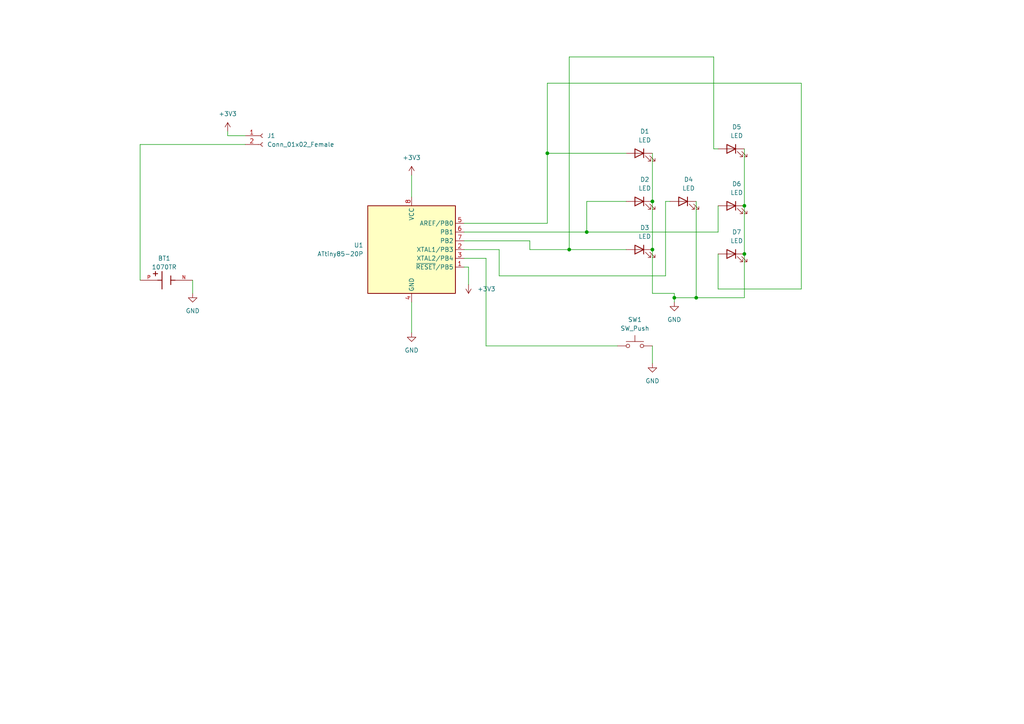
<source format=kicad_sch>
(kicad_sch (version 20230121) (generator eeschema)

  (uuid e63e39d7-6ac0-4ffd-8aa3-1841a4541b55)

  (paper "A4")

  (lib_symbols
    (symbol "2032_holder_smd:1070TR" (pin_names (offset 1.016)) (in_bom yes) (on_board yes)
      (property "Reference" "BT" (at -3.81 3.81 0)
        (effects (font (size 1.27 1.27)) (justify left bottom))
      )
      (property "Value" "1070TR" (at -3.81 -5.08 0)
        (effects (font (size 1.27 1.27)) (justify left bottom))
      )
      (property "Footprint" "1070TR:KEYSTONE_1070TR" (at 0 0 0)
        (effects (font (size 1.27 1.27)) (justify bottom) hide)
      )
      (property "Datasheet" "" (at 0 0 0)
        (effects (font (size 1.27 1.27)) hide)
      )
      (property "MF" "Keystone Electronics" (at 0 0 0)
        (effects (font (size 1.27 1.27)) (justify bottom) hide)
      )
      (property "MAXIMUM_PACKAGE_HEIGHT" "5.97mm" (at 0 0 0)
        (effects (font (size 1.27 1.27)) (justify bottom) hide)
      )
      (property "Package" "None" (at 0 0 0)
        (effects (font (size 1.27 1.27)) (justify bottom) hide)
      )
      (property "Price" "None" (at 0 0 0)
        (effects (font (size 1.27 1.27)) (justify bottom) hide)
      )
      (property "Check_prices" "https://www.snapeda.com/parts/1070TR/Keystone+Electronics/view-part/?ref=eda" (at 0 0 0)
        (effects (font (size 1.27 1.27)) (justify bottom) hide)
      )
      (property "STANDARD" "Manufacturer Recommendations" (at 0 0 0)
        (effects (font (size 1.27 1.27)) (justify bottom) hide)
      )
      (property "PARTREV" "C" (at 0 0 0)
        (effects (font (size 1.27 1.27)) (justify bottom) hide)
      )
      (property "SnapEDA_Link" "https://www.snapeda.com/parts/1070TR/Keystone+Electronics/view-part/?ref=snap" (at 0 0 0)
        (effects (font (size 1.27 1.27)) (justify bottom) hide)
      )
      (property "MP" "1070TR" (at 0 0 0)
        (effects (font (size 1.27 1.27)) (justify bottom) hide)
      )
      (property "Purchase-URL" "https://www.snapeda.com/api/url_track_click_mouser/?unipart_id=5510421&manufacturer=Keystone Electronics&part_name=1070TR&search_term=2032 holder smd" (at 0 0 0)
        (effects (font (size 1.27 1.27)) (justify bottom) hide)
      )
      (property "Description" "\nSMT (Auto-In/EZ-Out) Holder for 2032 Cell on Tape & Reel | Keystone Electronics 1070TR\n" (at 0 0 0)
        (effects (font (size 1.27 1.27)) (justify bottom) hide)
      )
      (property "MANUFACTURER" "Keystone Electronics" (at 0 0 0)
        (effects (font (size 1.27 1.27)) (justify bottom) hide)
      )
      (property "Availability" "In Stock" (at 0 0 0)
        (effects (font (size 1.27 1.27)) (justify bottom) hide)
      )
      (property "SNAPEDA_PN" "1070" (at 0 0 0)
        (effects (font (size 1.27 1.27)) (justify bottom) hide)
      )
      (symbol "1070TR_0_0"
        (polyline
          (pts
            (xy -3.81 1.905)
            (xy -2.54 1.905)
          )
          (stroke (width 0.254) (type default))
          (fill (type none))
        )
        (polyline
          (pts
            (xy -3.175 2.54)
            (xy -3.175 1.27)
          )
          (stroke (width 0.254) (type default))
          (fill (type none))
        )
        (polyline
          (pts
            (xy -1.27 0)
            (xy -2.54 0)
          )
          (stroke (width 0.254) (type default))
          (fill (type none))
        )
        (polyline
          (pts
            (xy -1.27 0)
            (xy -1.27 -2.54)
          )
          (stroke (width 0.254) (type default))
          (fill (type none))
        )
        (polyline
          (pts
            (xy -1.27 2.54)
            (xy -1.27 0)
          )
          (stroke (width 0.254) (type default))
          (fill (type none))
        )
        (polyline
          (pts
            (xy 1.27 0)
            (xy 1.27 -1.27)
          )
          (stroke (width 0.254) (type default))
          (fill (type none))
        )
        (polyline
          (pts
            (xy 1.27 0)
            (xy 2.54 0)
          )
          (stroke (width 0.254) (type default))
          (fill (type none))
        )
        (polyline
          (pts
            (xy 1.27 1.27)
            (xy 1.27 0)
          )
          (stroke (width 0.254) (type default))
          (fill (type none))
        )
        (pin passive line (at 7.62 0 180) (length 5.08)
          (name "~" (effects (font (size 1.016 1.016))))
          (number "N" (effects (font (size 1.016 1.016))))
        )
        (pin passive line (at -7.62 0 0) (length 5.08)
          (name "~" (effects (font (size 1.016 1.016))))
          (number "P" (effects (font (size 1.016 1.016))))
        )
      )
    )
    (symbol "Connector:Conn_01x02_Female" (pin_names (offset 1.016) hide) (in_bom yes) (on_board yes)
      (property "Reference" "J" (at 0 2.54 0)
        (effects (font (size 1.27 1.27)))
      )
      (property "Value" "Conn_01x02_Female" (at 0 -5.08 0)
        (effects (font (size 1.27 1.27)))
      )
      (property "Footprint" "" (at 0 0 0)
        (effects (font (size 1.27 1.27)) hide)
      )
      (property "Datasheet" "~" (at 0 0 0)
        (effects (font (size 1.27 1.27)) hide)
      )
      (property "ki_keywords" "connector" (at 0 0 0)
        (effects (font (size 1.27 1.27)) hide)
      )
      (property "ki_description" "Generic connector, single row, 01x02, script generated (kicad-library-utils/schlib/autogen/connector/)" (at 0 0 0)
        (effects (font (size 1.27 1.27)) hide)
      )
      (property "ki_fp_filters" "Connector*:*_1x??_*" (at 0 0 0)
        (effects (font (size 1.27 1.27)) hide)
      )
      (symbol "Conn_01x02_Female_1_1"
        (arc (start 0 -2.032) (mid -0.5058 -2.54) (end 0 -3.048)
          (stroke (width 0.1524) (type default))
          (fill (type none))
        )
        (polyline
          (pts
            (xy -1.27 -2.54)
            (xy -0.508 -2.54)
          )
          (stroke (width 0.1524) (type default))
          (fill (type none))
        )
        (polyline
          (pts
            (xy -1.27 0)
            (xy -0.508 0)
          )
          (stroke (width 0.1524) (type default))
          (fill (type none))
        )
        (arc (start 0 0.508) (mid -0.5058 0) (end 0 -0.508)
          (stroke (width 0.1524) (type default))
          (fill (type none))
        )
        (pin passive line (at -5.08 0 0) (length 3.81)
          (name "Pin_1" (effects (font (size 1.27 1.27))))
          (number "1" (effects (font (size 1.27 1.27))))
        )
        (pin passive line (at -5.08 -2.54 0) (length 3.81)
          (name "Pin_2" (effects (font (size 1.27 1.27))))
          (number "2" (effects (font (size 1.27 1.27))))
        )
      )
    )
    (symbol "Device:LED" (pin_numbers hide) (pin_names (offset 1.016) hide) (in_bom yes) (on_board yes)
      (property "Reference" "D" (at 0 2.54 0)
        (effects (font (size 1.27 1.27)))
      )
      (property "Value" "LED" (at 0 -2.54 0)
        (effects (font (size 1.27 1.27)))
      )
      (property "Footprint" "" (at 0 0 0)
        (effects (font (size 1.27 1.27)) hide)
      )
      (property "Datasheet" "~" (at 0 0 0)
        (effects (font (size 1.27 1.27)) hide)
      )
      (property "ki_keywords" "LED diode" (at 0 0 0)
        (effects (font (size 1.27 1.27)) hide)
      )
      (property "ki_description" "Light emitting diode" (at 0 0 0)
        (effects (font (size 1.27 1.27)) hide)
      )
      (property "ki_fp_filters" "LED* LED_SMD:* LED_THT:*" (at 0 0 0)
        (effects (font (size 1.27 1.27)) hide)
      )
      (symbol "LED_0_1"
        (polyline
          (pts
            (xy -1.27 -1.27)
            (xy -1.27 1.27)
          )
          (stroke (width 0.254) (type default))
          (fill (type none))
        )
        (polyline
          (pts
            (xy -1.27 0)
            (xy 1.27 0)
          )
          (stroke (width 0) (type default))
          (fill (type none))
        )
        (polyline
          (pts
            (xy 1.27 -1.27)
            (xy 1.27 1.27)
            (xy -1.27 0)
            (xy 1.27 -1.27)
          )
          (stroke (width 0.254) (type default))
          (fill (type none))
        )
        (polyline
          (pts
            (xy -3.048 -0.762)
            (xy -4.572 -2.286)
            (xy -3.81 -2.286)
            (xy -4.572 -2.286)
            (xy -4.572 -1.524)
          )
          (stroke (width 0) (type default))
          (fill (type none))
        )
        (polyline
          (pts
            (xy -1.778 -0.762)
            (xy -3.302 -2.286)
            (xy -2.54 -2.286)
            (xy -3.302 -2.286)
            (xy -3.302 -1.524)
          )
          (stroke (width 0) (type default))
          (fill (type none))
        )
      )
      (symbol "LED_1_1"
        (pin passive line (at -3.81 0 0) (length 2.54)
          (name "K" (effects (font (size 1.27 1.27))))
          (number "1" (effects (font (size 1.27 1.27))))
        )
        (pin passive line (at 3.81 0 180) (length 2.54)
          (name "A" (effects (font (size 1.27 1.27))))
          (number "2" (effects (font (size 1.27 1.27))))
        )
      )
    )
    (symbol "MCU_Microchip_ATtiny:ATtiny85-20P" (in_bom yes) (on_board yes)
      (property "Reference" "U" (at -12.7 13.97 0)
        (effects (font (size 1.27 1.27)) (justify left bottom))
      )
      (property "Value" "ATtiny85-20P" (at 2.54 -13.97 0)
        (effects (font (size 1.27 1.27)) (justify left top))
      )
      (property "Footprint" "Package_DIP:DIP-8_W7.62mm" (at 0 0 0)
        (effects (font (size 1.27 1.27) italic) hide)
      )
      (property "Datasheet" "http://ww1.microchip.com/downloads/en/DeviceDoc/atmel-2586-avr-8-bit-microcontroller-attiny25-attiny45-attiny85_datasheet.pdf" (at 0 0 0)
        (effects (font (size 1.27 1.27)) hide)
      )
      (property "ki_keywords" "AVR 8bit Microcontroller tinyAVR" (at 0 0 0)
        (effects (font (size 1.27 1.27)) hide)
      )
      (property "ki_description" "20MHz, 8kB Flash, 512B SRAM, 512B EEPROM, debugWIRE, DIP-8" (at 0 0 0)
        (effects (font (size 1.27 1.27)) hide)
      )
      (property "ki_fp_filters" "DIP*W7.62mm*" (at 0 0 0)
        (effects (font (size 1.27 1.27)) hide)
      )
      (symbol "ATtiny85-20P_0_1"
        (rectangle (start -12.7 -12.7) (end 12.7 12.7)
          (stroke (width 0.254) (type default))
          (fill (type background))
        )
      )
      (symbol "ATtiny85-20P_1_1"
        (pin bidirectional line (at 15.24 -5.08 180) (length 2.54)
          (name "~{RESET}/PB5" (effects (font (size 1.27 1.27))))
          (number "1" (effects (font (size 1.27 1.27))))
        )
        (pin bidirectional line (at 15.24 0 180) (length 2.54)
          (name "XTAL1/PB3" (effects (font (size 1.27 1.27))))
          (number "2" (effects (font (size 1.27 1.27))))
        )
        (pin bidirectional line (at 15.24 -2.54 180) (length 2.54)
          (name "XTAL2/PB4" (effects (font (size 1.27 1.27))))
          (number "3" (effects (font (size 1.27 1.27))))
        )
        (pin power_in line (at 0 -15.24 90) (length 2.54)
          (name "GND" (effects (font (size 1.27 1.27))))
          (number "4" (effects (font (size 1.27 1.27))))
        )
        (pin bidirectional line (at 15.24 7.62 180) (length 2.54)
          (name "AREF/PB0" (effects (font (size 1.27 1.27))))
          (number "5" (effects (font (size 1.27 1.27))))
        )
        (pin bidirectional line (at 15.24 5.08 180) (length 2.54)
          (name "PB1" (effects (font (size 1.27 1.27))))
          (number "6" (effects (font (size 1.27 1.27))))
        )
        (pin bidirectional line (at 15.24 2.54 180) (length 2.54)
          (name "PB2" (effects (font (size 1.27 1.27))))
          (number "7" (effects (font (size 1.27 1.27))))
        )
        (pin power_in line (at 0 15.24 270) (length 2.54)
          (name "VCC" (effects (font (size 1.27 1.27))))
          (number "8" (effects (font (size 1.27 1.27))))
        )
      )
    )
    (symbol "Switch:SW_Push" (pin_numbers hide) (pin_names (offset 1.016) hide) (in_bom yes) (on_board yes)
      (property "Reference" "SW" (at 1.27 2.54 0)
        (effects (font (size 1.27 1.27)) (justify left))
      )
      (property "Value" "SW_Push" (at 0 -1.524 0)
        (effects (font (size 1.27 1.27)))
      )
      (property "Footprint" "" (at 0 5.08 0)
        (effects (font (size 1.27 1.27)) hide)
      )
      (property "Datasheet" "~" (at 0 5.08 0)
        (effects (font (size 1.27 1.27)) hide)
      )
      (property "ki_keywords" "switch normally-open pushbutton push-button" (at 0 0 0)
        (effects (font (size 1.27 1.27)) hide)
      )
      (property "ki_description" "Push button switch, generic, two pins" (at 0 0 0)
        (effects (font (size 1.27 1.27)) hide)
      )
      (symbol "SW_Push_0_1"
        (circle (center -2.032 0) (radius 0.508)
          (stroke (width 0) (type default))
          (fill (type none))
        )
        (polyline
          (pts
            (xy 0 1.27)
            (xy 0 3.048)
          )
          (stroke (width 0) (type default))
          (fill (type none))
        )
        (polyline
          (pts
            (xy 2.54 1.27)
            (xy -2.54 1.27)
          )
          (stroke (width 0) (type default))
          (fill (type none))
        )
        (circle (center 2.032 0) (radius 0.508)
          (stroke (width 0) (type default))
          (fill (type none))
        )
        (pin passive line (at -5.08 0 0) (length 2.54)
          (name "1" (effects (font (size 1.27 1.27))))
          (number "1" (effects (font (size 1.27 1.27))))
        )
        (pin passive line (at 5.08 0 180) (length 2.54)
          (name "2" (effects (font (size 1.27 1.27))))
          (number "2" (effects (font (size 1.27 1.27))))
        )
      )
    )
    (symbol "power:+3.3V" (power) (pin_names (offset 0)) (in_bom yes) (on_board yes)
      (property "Reference" "#PWR" (at 0 -3.81 0)
        (effects (font (size 1.27 1.27)) hide)
      )
      (property "Value" "+3.3V" (at 0 3.556 0)
        (effects (font (size 1.27 1.27)))
      )
      (property "Footprint" "" (at 0 0 0)
        (effects (font (size 1.27 1.27)) hide)
      )
      (property "Datasheet" "" (at 0 0 0)
        (effects (font (size 1.27 1.27)) hide)
      )
      (property "ki_keywords" "power-flag" (at 0 0 0)
        (effects (font (size 1.27 1.27)) hide)
      )
      (property "ki_description" "Power symbol creates a global label with name \"+3.3V\"" (at 0 0 0)
        (effects (font (size 1.27 1.27)) hide)
      )
      (symbol "+3.3V_0_1"
        (polyline
          (pts
            (xy -0.762 1.27)
            (xy 0 2.54)
          )
          (stroke (width 0) (type default))
          (fill (type none))
        )
        (polyline
          (pts
            (xy 0 0)
            (xy 0 2.54)
          )
          (stroke (width 0) (type default))
          (fill (type none))
        )
        (polyline
          (pts
            (xy 0 2.54)
            (xy 0.762 1.27)
          )
          (stroke (width 0) (type default))
          (fill (type none))
        )
      )
      (symbol "+3.3V_1_1"
        (pin power_in line (at 0 0 90) (length 0) hide
          (name "+3V3" (effects (font (size 1.27 1.27))))
          (number "1" (effects (font (size 1.27 1.27))))
        )
      )
    )
    (symbol "power:GND" (power) (pin_names (offset 0)) (in_bom yes) (on_board yes)
      (property "Reference" "#PWR" (at 0 -6.35 0)
        (effects (font (size 1.27 1.27)) hide)
      )
      (property "Value" "GND" (at 0 -3.81 0)
        (effects (font (size 1.27 1.27)))
      )
      (property "Footprint" "" (at 0 0 0)
        (effects (font (size 1.27 1.27)) hide)
      )
      (property "Datasheet" "" (at 0 0 0)
        (effects (font (size 1.27 1.27)) hide)
      )
      (property "ki_keywords" "power-flag" (at 0 0 0)
        (effects (font (size 1.27 1.27)) hide)
      )
      (property "ki_description" "Power symbol creates a global label with name \"GND\" , ground" (at 0 0 0)
        (effects (font (size 1.27 1.27)) hide)
      )
      (symbol "GND_0_1"
        (polyline
          (pts
            (xy 0 0)
            (xy 0 -1.27)
            (xy 1.27 -1.27)
            (xy 0 -2.54)
            (xy -1.27 -1.27)
            (xy 0 -1.27)
          )
          (stroke (width 0) (type default))
          (fill (type none))
        )
      )
      (symbol "GND_1_1"
        (pin power_in line (at 0 0 270) (length 0) hide
          (name "GND" (effects (font (size 1.27 1.27))))
          (number "1" (effects (font (size 1.27 1.27))))
        )
      )
    )
  )

  (junction (at 201.93 86.36) (diameter 0) (color 0 0 0 0)
    (uuid 1dae2a25-9283-4abc-bff3-90644c0af916)
  )
  (junction (at 215.9 59.69) (diameter 0) (color 0 0 0 0)
    (uuid 2669041b-2314-4aff-9970-0c5cb73a1ce4)
  )
  (junction (at 215.9 73.66) (diameter 0) (color 0 0 0 0)
    (uuid 3a6f4566-f952-4d9e-87a3-2d6153e42bb2)
  )
  (junction (at 189.23 58.42) (diameter 0) (color 0 0 0 0)
    (uuid 69880f28-ab45-46bf-8eb3-43b3ebe24ef8)
  )
  (junction (at 189.23 72.39) (diameter 0) (color 0 0 0 0)
    (uuid 9c1bf688-14cd-4f1b-9553-9db73fed3f8a)
  )
  (junction (at 165.1 72.39) (diameter 0) (color 0 0 0 0)
    (uuid a7f2a493-0c9d-4122-99c0-6491746c3f82)
  )
  (junction (at 158.75 44.45) (diameter 0) (color 0 0 0 0)
    (uuid cdd8802a-104d-4ecd-913d-63caa2b4f981)
  )
  (junction (at 195.58 86.36) (diameter 0) (color 0 0 0 0)
    (uuid cded345f-9f87-4d77-b5be-e25e3cf4ccf7)
  )
  (junction (at 170.18 67.31) (diameter 0) (color 0 0 0 0)
    (uuid ef02d33d-add6-47ce-abe5-ec4e527a106a)
  )

  (wire (pts (xy 140.97 74.93) (xy 140.97 100.33))
    (stroke (width 0) (type default))
    (uuid 085cca86-3658-4dd0-ba90-f7356f9b279d)
  )
  (wire (pts (xy 165.1 72.39) (xy 181.61 72.39))
    (stroke (width 0) (type default))
    (uuid 0ddb9489-dfa7-45e2-ba7e-d3d96e7f19ca)
  )
  (wire (pts (xy 195.58 86.36) (xy 195.58 87.63))
    (stroke (width 0) (type default))
    (uuid 0ddc496b-6d7b-40ff-8d27-61898d7a3046)
  )
  (wire (pts (xy 144.78 72.39) (xy 144.78 80.01))
    (stroke (width 0) (type default))
    (uuid 1351c595-f8d9-4627-9553-b66c9cb9588c)
  )
  (wire (pts (xy 119.38 50.8) (xy 119.38 57.15))
    (stroke (width 0) (type default))
    (uuid 17dc8267-5074-40dc-8817-52847d631d39)
  )
  (wire (pts (xy 135.89 77.47) (xy 135.89 82.55))
    (stroke (width 0) (type default))
    (uuid 1b345a7d-153d-4a64-b658-b275e3ea0c28)
  )
  (wire (pts (xy 189.23 58.42) (xy 189.23 72.39))
    (stroke (width 0) (type default))
    (uuid 1d49bc96-6bac-483d-bb94-9e634401b92e)
  )
  (wire (pts (xy 40.64 41.91) (xy 71.12 41.91))
    (stroke (width 0) (type default))
    (uuid 1e232288-4d68-48a9-91fe-2921aecd67d8)
  )
  (wire (pts (xy 207.01 43.18) (xy 208.28 43.18))
    (stroke (width 0) (type default))
    (uuid 25564eaa-ba0e-481d-be4c-c3a061a7a355)
  )
  (wire (pts (xy 134.62 69.85) (xy 153.67 69.85))
    (stroke (width 0) (type default))
    (uuid 25615fec-6439-4429-99d8-8ae35ffc0dca)
  )
  (wire (pts (xy 193.04 58.42) (xy 194.31 58.42))
    (stroke (width 0) (type default))
    (uuid 2d4654d8-dc5c-425f-b746-693555f12d27)
  )
  (wire (pts (xy 165.1 16.51) (xy 207.01 16.51))
    (stroke (width 0) (type default))
    (uuid 2f6929e6-104f-4578-8ad0-7a14f5964d1a)
  )
  (wire (pts (xy 134.62 74.93) (xy 140.97 74.93))
    (stroke (width 0) (type default))
    (uuid 30374d1b-b417-4d6b-9d27-17dc106e1731)
  )
  (wire (pts (xy 232.41 24.13) (xy 158.75 24.13))
    (stroke (width 0) (type default))
    (uuid 32d375fb-352f-4a9d-97a0-f4d12f0f2012)
  )
  (wire (pts (xy 208.28 83.82) (xy 232.41 83.82))
    (stroke (width 0) (type default))
    (uuid 3fea17eb-e0de-4534-a129-e9c7b17e6319)
  )
  (wire (pts (xy 153.67 69.85) (xy 153.67 72.39))
    (stroke (width 0) (type default))
    (uuid 40007234-e1ec-43d5-a4e0-07dc8211188c)
  )
  (wire (pts (xy 189.23 44.45) (xy 189.23 58.42))
    (stroke (width 0) (type default))
    (uuid 4a2b2b14-07c0-4adc-b0e0-219d4a7b13b3)
  )
  (wire (pts (xy 170.18 67.31) (xy 208.28 67.31))
    (stroke (width 0) (type default))
    (uuid 4aa97962-4366-435d-bed0-dce16d744c03)
  )
  (wire (pts (xy 189.23 72.39) (xy 189.23 85.09))
    (stroke (width 0) (type default))
    (uuid 4b69d7d7-2ebd-4c25-876a-917845cd1993)
  )
  (wire (pts (xy 140.97 100.33) (xy 179.07 100.33))
    (stroke (width 0) (type default))
    (uuid 567940ec-4cec-43d3-8eab-b4df0e8df3d1)
  )
  (wire (pts (xy 158.75 64.77) (xy 158.75 44.45))
    (stroke (width 0) (type default))
    (uuid 582f3731-2b1d-41f9-bc19-6be19222b82f)
  )
  (wire (pts (xy 134.62 72.39) (xy 144.78 72.39))
    (stroke (width 0) (type default))
    (uuid 58dadefd-36b7-4d31-ab73-8aad1b0af726)
  )
  (wire (pts (xy 134.62 67.31) (xy 170.18 67.31))
    (stroke (width 0) (type default))
    (uuid 5f42207c-8466-4e61-aaf1-f93d51a9865d)
  )
  (wire (pts (xy 232.41 83.82) (xy 232.41 24.13))
    (stroke (width 0) (type default))
    (uuid 65931642-190a-4e47-8ba7-6bb4a9af8a81)
  )
  (wire (pts (xy 165.1 72.39) (xy 165.1 16.51))
    (stroke (width 0) (type default))
    (uuid 6e14ac1e-9062-46d3-9654-4405007171f4)
  )
  (wire (pts (xy 66.04 38.1) (xy 66.04 39.37))
    (stroke (width 0) (type default))
    (uuid 75845f94-0a1c-434b-b442-ed1626d027b4)
  )
  (wire (pts (xy 208.28 73.66) (xy 208.28 83.82))
    (stroke (width 0) (type default))
    (uuid 81d40a4f-db47-434d-8d44-f31554855a16)
  )
  (wire (pts (xy 189.23 85.09) (xy 195.58 85.09))
    (stroke (width 0) (type default))
    (uuid 8384b77c-5c1e-430b-aa16-ba28f03b80dd)
  )
  (wire (pts (xy 134.62 64.77) (xy 158.75 64.77))
    (stroke (width 0) (type default))
    (uuid 8a466427-c023-4e8f-838e-bab2063f2341)
  )
  (wire (pts (xy 158.75 44.45) (xy 181.61 44.45))
    (stroke (width 0) (type default))
    (uuid 90cb4430-e3f6-4845-a656-f54c125e5aa5)
  )
  (wire (pts (xy 55.88 81.28) (xy 55.88 85.09))
    (stroke (width 0) (type default))
    (uuid 91e6b189-84e5-40cd-b728-bbdd7548ef5b)
  )
  (wire (pts (xy 193.04 80.01) (xy 193.04 58.42))
    (stroke (width 0) (type default))
    (uuid 98d25e75-8413-45cd-9eb2-b90aeb396e97)
  )
  (wire (pts (xy 119.38 87.63) (xy 119.38 96.52))
    (stroke (width 0) (type default))
    (uuid aa1b8671-828e-473d-a30e-a4b5c21fa038)
  )
  (wire (pts (xy 170.18 67.31) (xy 170.18 58.42))
    (stroke (width 0) (type default))
    (uuid add4ea53-7cef-4141-99b7-ef4c3dbd2708)
  )
  (wire (pts (xy 170.18 58.42) (xy 181.61 58.42))
    (stroke (width 0) (type default))
    (uuid b9d34278-fc42-4025-998b-53e5b025e79d)
  )
  (wire (pts (xy 215.9 59.69) (xy 215.9 73.66))
    (stroke (width 0) (type default))
    (uuid c7e56b74-9323-4b3d-9c51-fa0f7e414b4b)
  )
  (wire (pts (xy 40.64 81.28) (xy 40.64 41.91))
    (stroke (width 0) (type default))
    (uuid c7f8a1db-c6a1-4ffa-adf6-d85fac481b68)
  )
  (wire (pts (xy 215.9 43.18) (xy 215.9 59.69))
    (stroke (width 0) (type default))
    (uuid ca519785-9c3d-4a7f-9f3d-4507fc60be75)
  )
  (wire (pts (xy 195.58 86.36) (xy 201.93 86.36))
    (stroke (width 0) (type default))
    (uuid cf369ab0-63ef-4fe8-96b0-06d47af05fcd)
  )
  (wire (pts (xy 195.58 85.09) (xy 195.58 86.36))
    (stroke (width 0) (type default))
    (uuid d52347a5-cee5-46b8-a312-5e0bd72c948b)
  )
  (wire (pts (xy 208.28 67.31) (xy 208.28 59.69))
    (stroke (width 0) (type default))
    (uuid d524b161-3f6c-42eb-8c84-35fff306cd9d)
  )
  (wire (pts (xy 201.93 86.36) (xy 215.9 86.36))
    (stroke (width 0) (type default))
    (uuid d7d50b27-17c4-46a5-bf21-ed624e866231)
  )
  (wire (pts (xy 134.62 77.47) (xy 135.89 77.47))
    (stroke (width 0) (type default))
    (uuid dafd9677-af65-491a-93b5-9dbe8829377b)
  )
  (wire (pts (xy 158.75 24.13) (xy 158.75 44.45))
    (stroke (width 0) (type default))
    (uuid daff8294-03e0-483b-b310-7d55e4efa31d)
  )
  (wire (pts (xy 201.93 58.42) (xy 201.93 86.36))
    (stroke (width 0) (type default))
    (uuid dba15175-fbd9-4074-8ebe-ca09d92a812b)
  )
  (wire (pts (xy 153.67 72.39) (xy 165.1 72.39))
    (stroke (width 0) (type default))
    (uuid ecb279f9-e185-49a4-bf64-6732547e0076)
  )
  (wire (pts (xy 66.04 39.37) (xy 71.12 39.37))
    (stroke (width 0) (type default))
    (uuid ed132e08-4ccd-41fc-b0df-93fa46235d4d)
  )
  (wire (pts (xy 144.78 80.01) (xy 193.04 80.01))
    (stroke (width 0) (type default))
    (uuid f1f246f9-07d5-4e5e-9fff-3c9f5a964e1f)
  )
  (wire (pts (xy 207.01 16.51) (xy 207.01 43.18))
    (stroke (width 0) (type default))
    (uuid f9fe58c0-3e95-484c-9d2c-f21c1fc0c771)
  )
  (wire (pts (xy 215.9 73.66) (xy 215.9 86.36))
    (stroke (width 0) (type default))
    (uuid fbaf5b62-ba07-41a9-8eea-69fa86e22756)
  )
  (wire (pts (xy 189.23 100.33) (xy 189.23 105.41))
    (stroke (width 0) (type default))
    (uuid fcec7d39-15e5-4e97-99e1-52120c04c9df)
  )

  (symbol (lib_id "power:+3.3V") (at 66.04 38.1 0) (unit 1)
    (in_bom yes) (on_board yes) (dnp no) (fields_autoplaced)
    (uuid 02fd1e8a-2dcd-4817-8b33-ec3664098242)
    (property "Reference" "#PWR0103" (at 66.04 41.91 0)
      (effects (font (size 1.27 1.27)) hide)
    )
    (property "Value" "+3.3V" (at 66.04 33.02 0)
      (effects (font (size 1.27 1.27)))
    )
    (property "Footprint" "" (at 66.04 38.1 0)
      (effects (font (size 1.27 1.27)) hide)
    )
    (property "Datasheet" "" (at 66.04 38.1 0)
      (effects (font (size 1.27 1.27)) hide)
    )
    (pin "1" (uuid 985a3801-784d-4b5a-84ec-4832e066ab9b))
    (instances
      (project "de"
        (path "/e63e39d7-6ac0-4ffd-8aa3-1841a4541b55"
          (reference "#PWR0103") (unit 1)
        )
      )
    )
  )

  (symbol (lib_id "Device:LED") (at 212.09 59.69 0) (mirror y) (unit 1)
    (in_bom yes) (on_board yes) (dnp no) (fields_autoplaced)
    (uuid 05c77619-1ce3-4723-b67e-0d019cbf4a4c)
    (property "Reference" "D6" (at 213.6775 53.34 0)
      (effects (font (size 1.27 1.27)))
    )
    (property "Value" "LED" (at 213.6775 55.88 0)
      (effects (font (size 1.27 1.27)))
    )
    (property "Footprint" "LED_THT:LED_D5.0mm" (at 212.09 59.69 0)
      (effects (font (size 1.27 1.27)) hide)
    )
    (property "Datasheet" "~" (at 212.09 59.69 0)
      (effects (font (size 1.27 1.27)) hide)
    )
    (pin "1" (uuid b4aecb8f-0b34-4217-bca8-415bf644e67b))
    (pin "2" (uuid 6c20966e-92d4-4959-9ba6-2946d25c7acd))
    (instances
      (project "de"
        (path "/e63e39d7-6ac0-4ffd-8aa3-1841a4541b55"
          (reference "D6") (unit 1)
        )
      )
    )
  )

  (symbol (lib_id "power:GND") (at 55.88 85.09 0) (unit 1)
    (in_bom yes) (on_board yes) (dnp no) (fields_autoplaced)
    (uuid 08cc8f4f-c648-418d-9a60-2d5cf2a98626)
    (property "Reference" "#PWR01" (at 55.88 91.44 0)
      (effects (font (size 1.27 1.27)) hide)
    )
    (property "Value" "GND" (at 55.88 90.17 0)
      (effects (font (size 1.27 1.27)))
    )
    (property "Footprint" "" (at 55.88 85.09 0)
      (effects (font (size 1.27 1.27)) hide)
    )
    (property "Datasheet" "" (at 55.88 85.09 0)
      (effects (font (size 1.27 1.27)) hide)
    )
    (pin "1" (uuid 90007714-4f18-4163-8105-ceb8d03430d1))
    (instances
      (project "de"
        (path "/e63e39d7-6ac0-4ffd-8aa3-1841a4541b55"
          (reference "#PWR01") (unit 1)
        )
      )
    )
  )

  (symbol (lib_id "Connector:Conn_01x02_Female") (at 76.2 39.37 0) (unit 1)
    (in_bom yes) (on_board yes) (dnp no) (fields_autoplaced)
    (uuid 100bf17a-7951-4909-be51-25d2aab32c49)
    (property "Reference" "J1" (at 77.47 39.3699 0)
      (effects (font (size 1.27 1.27)) (justify left))
    )
    (property "Value" "Conn_01x02_Female" (at 77.47 41.9099 0)
      (effects (font (size 1.27 1.27)) (justify left))
    )
    (property "Footprint" "Connector_Molex:Molex_KK-254_AE-6410-02A_1x02_P2.54mm_Vertical" (at 76.2 39.37 0)
      (effects (font (size 1.27 1.27)) hide)
    )
    (property "Datasheet" "~" (at 76.2 39.37 0)
      (effects (font (size 1.27 1.27)) hide)
    )
    (pin "1" (uuid a3d6d864-d4e2-4dfc-a94b-76e812259495))
    (pin "2" (uuid 605a8c5b-19d6-4b73-ad06-84dd2bbecfbd))
    (instances
      (project "de"
        (path "/e63e39d7-6ac0-4ffd-8aa3-1841a4541b55"
          (reference "J1") (unit 1)
        )
      )
    )
  )

  (symbol (lib_id "power:+3.3V") (at 135.89 82.55 180) (unit 1)
    (in_bom yes) (on_board yes) (dnp no) (fields_autoplaced)
    (uuid 1ac72384-29cb-40ab-8c63-c0c1b89d3170)
    (property "Reference" "#PWR0107" (at 135.89 78.74 0)
      (effects (font (size 1.27 1.27)) hide)
    )
    (property "Value" "+3.3V" (at 138.43 83.8199 0)
      (effects (font (size 1.27 1.27)) (justify right))
    )
    (property "Footprint" "" (at 135.89 82.55 0)
      (effects (font (size 1.27 1.27)) hide)
    )
    (property "Datasheet" "" (at 135.89 82.55 0)
      (effects (font (size 1.27 1.27)) hide)
    )
    (pin "1" (uuid d64e7352-227c-4151-9dba-a5214bc1af6e))
    (instances
      (project "de"
        (path "/e63e39d7-6ac0-4ffd-8aa3-1841a4541b55"
          (reference "#PWR0107") (unit 1)
        )
      )
    )
  )

  (symbol (lib_id "Device:LED") (at 212.09 73.66 0) (mirror y) (unit 1)
    (in_bom yes) (on_board yes) (dnp no) (fields_autoplaced)
    (uuid 6b56dce3-891e-4c99-a6a2-469129a36085)
    (property "Reference" "D7" (at 213.6775 67.31 0)
      (effects (font (size 1.27 1.27)))
    )
    (property "Value" "LED" (at 213.6775 69.85 0)
      (effects (font (size 1.27 1.27)))
    )
    (property "Footprint" "LED_THT:LED_D5.0mm" (at 212.09 73.66 0)
      (effects (font (size 1.27 1.27)) hide)
    )
    (property "Datasheet" "~" (at 212.09 73.66 0)
      (effects (font (size 1.27 1.27)) hide)
    )
    (pin "1" (uuid 4c7091d4-515a-46e1-8ca0-f82aa5cb62fb))
    (pin "2" (uuid 685e6150-e36f-47e8-b723-9a93196f7f6d))
    (instances
      (project "de"
        (path "/e63e39d7-6ac0-4ffd-8aa3-1841a4541b55"
          (reference "D7") (unit 1)
        )
      )
    )
  )

  (symbol (lib_id "Device:LED") (at 185.42 44.45 0) (mirror y) (unit 1)
    (in_bom yes) (on_board yes) (dnp no) (fields_autoplaced)
    (uuid 7111bcd0-2d6d-4624-8371-41e191dbed6d)
    (property "Reference" "D1" (at 187.0075 38.1 0)
      (effects (font (size 1.27 1.27)))
    )
    (property "Value" "LED" (at 187.0075 40.64 0)
      (effects (font (size 1.27 1.27)))
    )
    (property "Footprint" "LED_THT:LED_D5.0mm" (at 185.42 44.45 0)
      (effects (font (size 1.27 1.27)) hide)
    )
    (property "Datasheet" "~" (at 185.42 44.45 0)
      (effects (font (size 1.27 1.27)) hide)
    )
    (pin "1" (uuid df5b27e7-d0ac-4ca5-a6cb-fefd59851561))
    (pin "2" (uuid 5b808d3c-49b1-448f-91a1-b4bb5d885d59))
    (instances
      (project "de"
        (path "/e63e39d7-6ac0-4ffd-8aa3-1841a4541b55"
          (reference "D1") (unit 1)
        )
      )
    )
  )

  (symbol (lib_id "power:GND") (at 189.23 105.41 0) (unit 1)
    (in_bom yes) (on_board yes) (dnp no) (fields_autoplaced)
    (uuid 7a5a9381-79ce-408e-acca-cb9f2aea456d)
    (property "Reference" "#PWR0101" (at 189.23 111.76 0)
      (effects (font (size 1.27 1.27)) hide)
    )
    (property "Value" "GND" (at 189.23 110.49 0)
      (effects (font (size 1.27 1.27)))
    )
    (property "Footprint" "" (at 189.23 105.41 0)
      (effects (font (size 1.27 1.27)) hide)
    )
    (property "Datasheet" "" (at 189.23 105.41 0)
      (effects (font (size 1.27 1.27)) hide)
    )
    (pin "1" (uuid 88d6be80-c709-4d68-a550-325387c47330))
    (instances
      (project "de"
        (path "/e63e39d7-6ac0-4ffd-8aa3-1841a4541b55"
          (reference "#PWR0101") (unit 1)
        )
      )
    )
  )

  (symbol (lib_id "Device:LED") (at 185.42 72.39 0) (mirror y) (unit 1)
    (in_bom yes) (on_board yes) (dnp no) (fields_autoplaced)
    (uuid 7e1400d8-edf8-4c17-8f2e-5dc467c4c5a1)
    (property "Reference" "D3" (at 187.0075 66.04 0)
      (effects (font (size 1.27 1.27)))
    )
    (property "Value" "LED" (at 187.0075 68.58 0)
      (effects (font (size 1.27 1.27)))
    )
    (property "Footprint" "LED_THT:LED_D5.0mm" (at 185.42 72.39 0)
      (effects (font (size 1.27 1.27)) hide)
    )
    (property "Datasheet" "~" (at 185.42 72.39 0)
      (effects (font (size 1.27 1.27)) hide)
    )
    (pin "1" (uuid 6c0cedce-d5e8-4216-a0e0-42310ae19fe5))
    (pin "2" (uuid 961432c1-1bd7-464d-95af-efaf33643fb7))
    (instances
      (project "de"
        (path "/e63e39d7-6ac0-4ffd-8aa3-1841a4541b55"
          (reference "D3") (unit 1)
        )
      )
    )
  )

  (symbol (lib_id "power:GND") (at 119.38 96.52 0) (unit 1)
    (in_bom yes) (on_board yes) (dnp no) (fields_autoplaced)
    (uuid 7e32ed45-0222-408e-92db-69334f454ca6)
    (property "Reference" "#PWR0106" (at 119.38 102.87 0)
      (effects (font (size 1.27 1.27)) hide)
    )
    (property "Value" "GND" (at 119.38 101.6 0)
      (effects (font (size 1.27 1.27)))
    )
    (property "Footprint" "" (at 119.38 96.52 0)
      (effects (font (size 1.27 1.27)) hide)
    )
    (property "Datasheet" "" (at 119.38 96.52 0)
      (effects (font (size 1.27 1.27)) hide)
    )
    (pin "1" (uuid 3a4b4a5a-b655-4af1-bd36-d2d6e147b65f))
    (instances
      (project "de"
        (path "/e63e39d7-6ac0-4ffd-8aa3-1841a4541b55"
          (reference "#PWR0106") (unit 1)
        )
      )
    )
  )

  (symbol (lib_id "Switch:SW_Push") (at 184.15 100.33 0) (unit 1)
    (in_bom yes) (on_board yes) (dnp no) (fields_autoplaced)
    (uuid 8e587edf-f9da-4f75-a851-56f257635ce1)
    (property "Reference" "SW1" (at 184.15 92.71 0)
      (effects (font (size 1.27 1.27)))
    )
    (property "Value" "SW_Push" (at 184.15 95.25 0)
      (effects (font (size 1.27 1.27)))
    )
    (property "Footprint" "LED_THT:LED_D5.0mm" (at 184.15 95.25 0)
      (effects (font (size 1.27 1.27)) hide)
    )
    (property "Datasheet" "~" (at 184.15 95.25 0)
      (effects (font (size 1.27 1.27)) hide)
    )
    (pin "1" (uuid 303f88f9-98f1-43d7-bc94-fa291d73b511))
    (pin "2" (uuid e1db3c87-f0e9-4ef6-8c8e-b7d6e417859c))
    (instances
      (project "de"
        (path "/e63e39d7-6ac0-4ffd-8aa3-1841a4541b55"
          (reference "SW1") (unit 1)
        )
      )
    )
  )

  (symbol (lib_id "power:GND") (at 195.58 87.63 0) (unit 1)
    (in_bom yes) (on_board yes) (dnp no) (fields_autoplaced)
    (uuid a35f1103-fe71-4e10-bfe6-e331cd3c7344)
    (property "Reference" "#PWR0102" (at 195.58 93.98 0)
      (effects (font (size 1.27 1.27)) hide)
    )
    (property "Value" "GND" (at 195.58 92.71 0)
      (effects (font (size 1.27 1.27)))
    )
    (property "Footprint" "" (at 195.58 87.63 0)
      (effects (font (size 1.27 1.27)) hide)
    )
    (property "Datasheet" "" (at 195.58 87.63 0)
      (effects (font (size 1.27 1.27)) hide)
    )
    (pin "1" (uuid a93d6a41-2f1c-4f92-ab64-b40d24e11a10))
    (instances
      (project "de"
        (path "/e63e39d7-6ac0-4ffd-8aa3-1841a4541b55"
          (reference "#PWR0102") (unit 1)
        )
      )
    )
  )

  (symbol (lib_id "2032_holder_smd:1070TR") (at 48.26 81.28 0) (unit 1)
    (in_bom yes) (on_board yes) (dnp no) (fields_autoplaced)
    (uuid baf41f20-5b5e-458d-84d8-0bdb1ed1b4c1)
    (property "Reference" "BT1" (at 47.625 74.93 0)
      (effects (font (size 1.27 1.27)))
    )
    (property "Value" "1070TR" (at 47.625 77.47 0)
      (effects (font (size 1.27 1.27)))
    )
    (property "Footprint" "2032_holder_smd:KEYSTONE_1070TR" (at 48.26 81.28 0)
      (effects (font (size 1.27 1.27)) (justify bottom) hide)
    )
    (property "Datasheet" "" (at 48.26 81.28 0)
      (effects (font (size 1.27 1.27)) hide)
    )
    (property "MF" "Keystone Electronics" (at 48.26 81.28 0)
      (effects (font (size 1.27 1.27)) (justify bottom) hide)
    )
    (property "MAXIMUM_PACKAGE_HEIGHT" "5.97mm" (at 48.26 81.28 0)
      (effects (font (size 1.27 1.27)) (justify bottom) hide)
    )
    (property "Package" "None" (at 48.26 81.28 0)
      (effects (font (size 1.27 1.27)) (justify bottom) hide)
    )
    (property "Price" "None" (at 48.26 81.28 0)
      (effects (font (size 1.27 1.27)) (justify bottom) hide)
    )
    (property "Check_prices" "https://www.snapeda.com/parts/1070TR/Keystone+Electronics/view-part/?ref=eda" (at 48.26 81.28 0)
      (effects (font (size 1.27 1.27)) (justify bottom) hide)
    )
    (property "STANDARD" "Manufacturer Recommendations" (at 48.26 81.28 0)
      (effects (font (size 1.27 1.27)) (justify bottom) hide)
    )
    (property "PARTREV" "C" (at 48.26 81.28 0)
      (effects (font (size 1.27 1.27)) (justify bottom) hide)
    )
    (property "SnapEDA_Link" "https://www.snapeda.com/parts/1070TR/Keystone+Electronics/view-part/?ref=snap" (at 48.26 81.28 0)
      (effects (font (size 1.27 1.27)) (justify bottom) hide)
    )
    (property "MP" "1070TR" (at 48.26 81.28 0)
      (effects (font (size 1.27 1.27)) (justify bottom) hide)
    )
    (property "Purchase-URL" "https://www.snapeda.com/api/url_track_click_mouser/?unipart_id=5510421&manufacturer=Keystone Electronics&part_name=1070TR&search_term=2032 holder smd" (at 48.26 81.28 0)
      (effects (font (size 1.27 1.27)) (justify bottom) hide)
    )
    (property "Description" "\nSMT (Auto-In/EZ-Out) Holder for 2032 Cell on Tape & Reel | Keystone Electronics 1070TR\n" (at 48.26 81.28 0)
      (effects (font (size 1.27 1.27)) (justify bottom) hide)
    )
    (property "MANUFACTURER" "Keystone Electronics" (at 48.26 81.28 0)
      (effects (font (size 1.27 1.27)) (justify bottom) hide)
    )
    (property "Availability" "In Stock" (at 48.26 81.28 0)
      (effects (font (size 1.27 1.27)) (justify bottom) hide)
    )
    (property "SNAPEDA_PN" "1070" (at 48.26 81.28 0)
      (effects (font (size 1.27 1.27)) (justify bottom) hide)
    )
    (pin "N" (uuid 7e15fe03-6359-45df-bb5d-b2f37d8b4d39))
    (pin "P" (uuid 1dbe2a41-0756-45a9-a796-f874b0fe6f5a))
    (instances
      (project "de"
        (path "/e63e39d7-6ac0-4ffd-8aa3-1841a4541b55"
          (reference "BT1") (unit 1)
        )
      )
    )
  )

  (symbol (lib_id "power:+3.3V") (at 119.38 50.8 0) (unit 1)
    (in_bom yes) (on_board yes) (dnp no) (fields_autoplaced)
    (uuid bbc42c6d-b219-42b9-bd11-e6b89e33366d)
    (property "Reference" "#PWR0105" (at 119.38 54.61 0)
      (effects (font (size 1.27 1.27)) hide)
    )
    (property "Value" "+3.3V" (at 119.38 45.72 0)
      (effects (font (size 1.27 1.27)))
    )
    (property "Footprint" "" (at 119.38 50.8 0)
      (effects (font (size 1.27 1.27)) hide)
    )
    (property "Datasheet" "" (at 119.38 50.8 0)
      (effects (font (size 1.27 1.27)) hide)
    )
    (pin "1" (uuid 3890b4f9-b8cd-425f-88ac-bafeedbd5774))
    (instances
      (project "de"
        (path "/e63e39d7-6ac0-4ffd-8aa3-1841a4541b55"
          (reference "#PWR0105") (unit 1)
        )
      )
    )
  )

  (symbol (lib_id "MCU_Microchip_ATtiny:ATtiny85-20P") (at 119.38 72.39 0) (unit 1)
    (in_bom yes) (on_board yes) (dnp no) (fields_autoplaced)
    (uuid c094494a-f6f7-43fc-a007-4951484ddf3a)
    (property "Reference" "U1" (at 105.41 71.1199 0)
      (effects (font (size 1.27 1.27)) (justify right))
    )
    (property "Value" "ATtiny85-20P" (at 105.41 73.6599 0)
      (effects (font (size 1.27 1.27)) (justify right))
    )
    (property "Footprint" "Package_DIP:DIP-8_W7.62mm" (at 119.38 72.39 0)
      (effects (font (size 1.27 1.27) italic) hide)
    )
    (property "Datasheet" "http://ww1.microchip.com/downloads/en/DeviceDoc/atmel-2586-avr-8-bit-microcontroller-attiny25-attiny45-attiny85_datasheet.pdf" (at 119.38 72.39 0)
      (effects (font (size 1.27 1.27)) hide)
    )
    (pin "1" (uuid a6b7df29-bcf8-46a9-b623-7eaac47f5110))
    (pin "2" (uuid a9b3f6e4-7a6d-4ae8-ad28-3d8458e0ca1a))
    (pin "3" (uuid 7a4ce4b3-518a-4819-b8b2-5127b3347c64))
    (pin "4" (uuid 20c315f4-1e4f-49aa-8d61-778a7389df7e))
    (pin "5" (uuid 7e0a03ae-d054-4f76-a131-5c09b8dc1636))
    (pin "6" (uuid d6fb27cf-362d-4568-967c-a5bf49d5931b))
    (pin "7" (uuid 9193c41e-d425-447d-b95c-6986d66ea01c))
    (pin "8" (uuid 27d56953-c620-4d5b-9c1c-e48bc3d9684a))
    (instances
      (project "de"
        (path "/e63e39d7-6ac0-4ffd-8aa3-1841a4541b55"
          (reference "U1") (unit 1)
        )
      )
    )
  )

  (symbol (lib_id "Device:LED") (at 198.12 58.42 0) (mirror y) (unit 1)
    (in_bom yes) (on_board yes) (dnp no) (fields_autoplaced)
    (uuid ce23cc72-5707-44ff-8a4f-1512c28ca602)
    (property "Reference" "D4" (at 199.7075 52.07 0)
      (effects (font (size 1.27 1.27)))
    )
    (property "Value" "LED" (at 199.7075 54.61 0)
      (effects (font (size 1.27 1.27)))
    )
    (property "Footprint" "LED_THT:LED_D5.0mm" (at 198.12 58.42 0)
      (effects (font (size 1.27 1.27)) hide)
    )
    (property "Datasheet" "~" (at 198.12 58.42 0)
      (effects (font (size 1.27 1.27)) hide)
    )
    (pin "1" (uuid 56086fe7-0902-4658-b0a4-79735d2ffe07))
    (pin "2" (uuid 05c22087-f0be-4bf7-8f3e-adf8b92618f3))
    (instances
      (project "de"
        (path "/e63e39d7-6ac0-4ffd-8aa3-1841a4541b55"
          (reference "D4") (unit 1)
        )
      )
    )
  )

  (symbol (lib_id "Device:LED") (at 185.42 58.42 0) (mirror y) (unit 1)
    (in_bom yes) (on_board yes) (dnp no) (fields_autoplaced)
    (uuid da3a2d0f-320f-40b8-85fd-95504879c4f4)
    (property "Reference" "D2" (at 187.0075 52.07 0)
      (effects (font (size 1.27 1.27)))
    )
    (property "Value" "LED" (at 187.0075 54.61 0)
      (effects (font (size 1.27 1.27)))
    )
    (property "Footprint" "LED_THT:LED_D5.0mm" (at 185.42 58.42 0)
      (effects (font (size 1.27 1.27)) hide)
    )
    (property "Datasheet" "~" (at 185.42 58.42 0)
      (effects (font (size 1.27 1.27)) hide)
    )
    (pin "1" (uuid 7a3542ad-fc96-4f43-b2e3-91bcf6b535b7))
    (pin "2" (uuid 1b85dc4a-4c90-4b1c-b9e5-b265bcd68582))
    (instances
      (project "de"
        (path "/e63e39d7-6ac0-4ffd-8aa3-1841a4541b55"
          (reference "D2") (unit 1)
        )
      )
    )
  )

  (symbol (lib_id "Device:LED") (at 212.09 43.18 0) (mirror y) (unit 1)
    (in_bom yes) (on_board yes) (dnp no) (fields_autoplaced)
    (uuid fc48681f-9397-420c-a160-4d40e8208b22)
    (property "Reference" "D5" (at 213.6775 36.83 0)
      (effects (font (size 1.27 1.27)))
    )
    (property "Value" "LED" (at 213.6775 39.37 0)
      (effects (font (size 1.27 1.27)))
    )
    (property "Footprint" "LED_THT:LED_D5.0mm" (at 212.09 43.18 0)
      (effects (font (size 1.27 1.27)) hide)
    )
    (property "Datasheet" "~" (at 212.09 43.18 0)
      (effects (font (size 1.27 1.27)) hide)
    )
    (pin "1" (uuid e0130066-f120-45ab-8ca4-de7cd402c362))
    (pin "2" (uuid f1353e9e-7eae-44e9-872c-ec11c41e5657))
    (instances
      (project "de"
        (path "/e63e39d7-6ac0-4ffd-8aa3-1841a4541b55"
          (reference "D5") (unit 1)
        )
      )
    )
  )

  (sheet_instances
    (path "/" (page "1"))
  )
)

</source>
